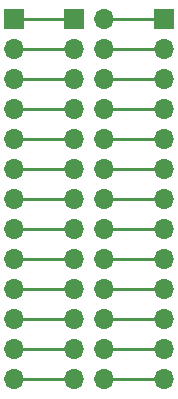
<source format=gbr>
G04 #@! TF.FileFunction,Copper,L1,Top,Signal*
%FSLAX46Y46*%
G04 Gerber Fmt 4.6, Leading zero omitted, Abs format (unit mm)*
G04 Created by KiCad (PCBNEW 4.0.6) date 01/06/18 19:18:27*
%MOMM*%
%LPD*%
G01*
G04 APERTURE LIST*
%ADD10C,0.100000*%
%ADD11R,1.700000X1.700000*%
%ADD12O,1.700000X1.700000*%
%ADD13C,0.250000*%
G04 APERTURE END LIST*
D10*
D11*
X148336000Y-105156000D03*
D12*
X148336000Y-107696000D03*
X148336000Y-110236000D03*
X148336000Y-112776000D03*
X148336000Y-115316000D03*
X148336000Y-117856000D03*
X148336000Y-120396000D03*
X148336000Y-122936000D03*
X148336000Y-125476000D03*
X148336000Y-128016000D03*
X148336000Y-130556000D03*
X148336000Y-133096000D03*
X148336000Y-135636000D03*
D11*
X161036000Y-105156000D03*
D12*
X161036000Y-107696000D03*
X161036000Y-110236000D03*
X161036000Y-112776000D03*
X161036000Y-115316000D03*
X161036000Y-117856000D03*
X161036000Y-120396000D03*
X161036000Y-122936000D03*
X161036000Y-125476000D03*
X161036000Y-128016000D03*
X161036000Y-130556000D03*
X161036000Y-133096000D03*
X161036000Y-135636000D03*
D11*
X153416000Y-105156000D03*
D12*
X155956000Y-105156000D03*
X153416000Y-107696000D03*
X155956000Y-107696000D03*
X153416000Y-110236000D03*
X155956000Y-110236000D03*
X153416000Y-112776000D03*
X155956000Y-112776000D03*
X153416000Y-115316000D03*
X155956000Y-115316000D03*
X153416000Y-117856000D03*
X155956000Y-117856000D03*
X153416000Y-120396000D03*
X155956000Y-120396000D03*
X153416000Y-122936000D03*
X155956000Y-122936000D03*
X153416000Y-125476000D03*
X155956000Y-125476000D03*
X153416000Y-128016000D03*
X155956000Y-128016000D03*
X153416000Y-130556000D03*
X155956000Y-130556000D03*
X153416000Y-133096000D03*
X155956000Y-133096000D03*
X153416000Y-135636000D03*
X155956000Y-135636000D03*
D13*
X148336000Y-105156000D02*
X153416000Y-105156000D01*
X153416000Y-107696000D02*
X152213919Y-107696000D01*
X152213919Y-107696000D02*
X148336000Y-107696000D01*
X148336000Y-110236000D02*
X149538081Y-110236000D01*
X149538081Y-110236000D02*
X153416000Y-110236000D01*
X153416000Y-112776000D02*
X148336000Y-112776000D01*
X148336000Y-115316000D02*
X149538081Y-115316000D01*
X149538081Y-115316000D02*
X153416000Y-115316000D01*
X153416000Y-117856000D02*
X148336000Y-117856000D01*
X148336000Y-120396000D02*
X153416000Y-120396000D01*
X153416000Y-122936000D02*
X148336000Y-122936000D01*
X148336000Y-125476000D02*
X149538081Y-125476000D01*
X149538081Y-125476000D02*
X153416000Y-125476000D01*
X153416000Y-128016000D02*
X148336000Y-128016000D01*
X148336000Y-130556000D02*
X149538081Y-130556000D01*
X149538081Y-130556000D02*
X153416000Y-130556000D01*
X153416000Y-133096000D02*
X152213919Y-133096000D01*
X152213919Y-133096000D02*
X148336000Y-133096000D01*
X148336000Y-135636000D02*
X149538081Y-135636000D01*
X149538081Y-135636000D02*
X153416000Y-135636000D01*
X161036000Y-105156000D02*
X159936000Y-105156000D01*
X159936000Y-105156000D02*
X155956000Y-105156000D01*
X155956000Y-107696000D02*
X161036000Y-107696000D01*
X155956000Y-110236000D02*
X157158081Y-110236000D01*
X157158081Y-110236000D02*
X161036000Y-110236000D01*
X161036000Y-112776000D02*
X155956000Y-112776000D01*
X155956000Y-115316000D02*
X161036000Y-115316000D01*
X161036000Y-117856000D02*
X159833919Y-117856000D01*
X159833919Y-117856000D02*
X155956000Y-117856000D01*
X155956000Y-120396000D02*
X161036000Y-120396000D01*
X161036000Y-122936000D02*
X159833919Y-122936000D01*
X159833919Y-122936000D02*
X155956000Y-122936000D01*
X155956000Y-125476000D02*
X161036000Y-125476000D01*
X161036000Y-128016000D02*
X155956000Y-128016000D01*
X155956000Y-130556000D02*
X161036000Y-130556000D01*
X161036000Y-133096000D02*
X155956000Y-133096000D01*
X155956000Y-135636000D02*
X161036000Y-135636000D01*
M02*

</source>
